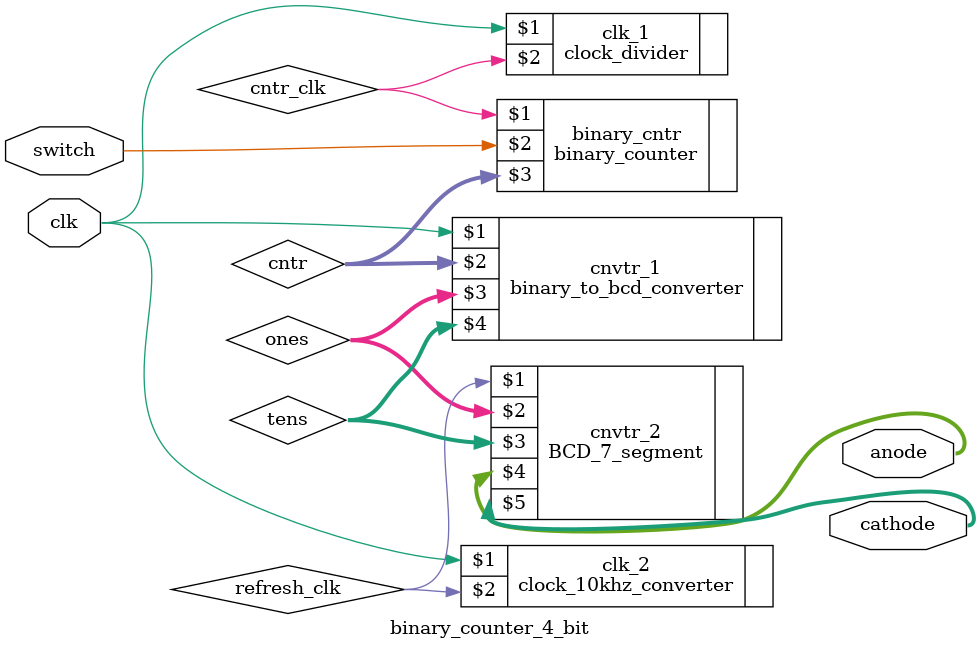
<source format=v>
`timescale 1ns / 1ps

/* 

    * Assignment - 5
    * Problem - 1
    * Semester - 5 (Autumn)
    * Group - 56
    * Group members - Utsav Mehta (20CS10069) and Vibhu (20CS10072)

*/

module binary_counter_4_bit(clk, switch, anode, cathode);
	input wire clk, switch;
	output wire [3:0] anode;
	output wire [7:0] cathode;
	
	wire refresh_clk; 
	wire cntr_clk; 
	
	wire [3:0] ones, tens, cntr;
	
	clock_divider clk_1(clk, cntr_clk); // 10 Hz Clock divider
	clock_10khz_converter clk_2(clk, refresh_clk); // 10KHz Clock divider
	binary_counter binary_cntr(cntr_clk, switch, cntr);
	binary_to_bcd_converter cnvtr_1(clk, cntr, ones, tens);
	BCD_7_segment cnvtr_2(refresh_clk, ones, tens, anode, cathode);

endmodule

</source>
